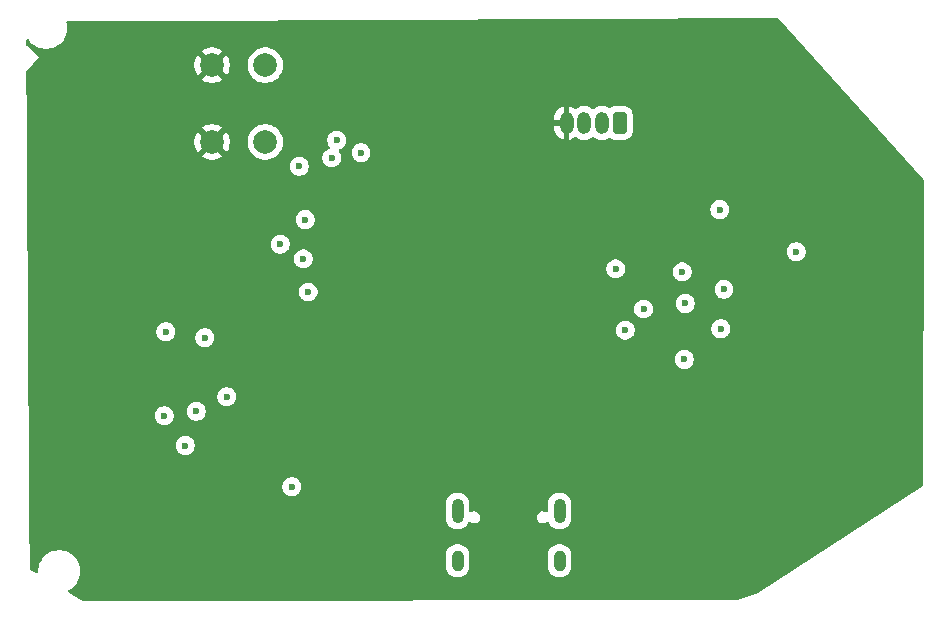
<source format=gbr>
%TF.GenerationSoftware,KiCad,Pcbnew,9.0.2*%
%TF.CreationDate,2025-08-14T15:26:00-05:00*%
%TF.ProjectId,ESP_32_sens,4553505f-3332-45f7-9365-6e732e6b6963,rev?*%
%TF.SameCoordinates,Original*%
%TF.FileFunction,Copper,L2,Inr*%
%TF.FilePolarity,Positive*%
%FSLAX46Y46*%
G04 Gerber Fmt 4.6, Leading zero omitted, Abs format (unit mm)*
G04 Created by KiCad (PCBNEW 9.0.2) date 2025-08-14 15:26:00*
%MOMM*%
%LPD*%
G01*
G04 APERTURE LIST*
G04 Aperture macros list*
%AMRoundRect*
0 Rectangle with rounded corners*
0 $1 Rounding radius*
0 $2 $3 $4 $5 $6 $7 $8 $9 X,Y pos of 4 corners*
0 Add a 4 corners polygon primitive as box body*
4,1,4,$2,$3,$4,$5,$6,$7,$8,$9,$2,$3,0*
0 Add four circle primitives for the rounded corners*
1,1,$1+$1,$2,$3*
1,1,$1+$1,$4,$5*
1,1,$1+$1,$6,$7*
1,1,$1+$1,$8,$9*
0 Add four rect primitives between the rounded corners*
20,1,$1+$1,$2,$3,$4,$5,0*
20,1,$1+$1,$4,$5,$6,$7,0*
20,1,$1+$1,$6,$7,$8,$9,0*
20,1,$1+$1,$8,$9,$2,$3,0*%
G04 Aperture macros list end*
%TA.AperFunction,HeatsinkPad*%
%ADD10O,1.000000X1.800000*%
%TD*%
%TA.AperFunction,HeatsinkPad*%
%ADD11O,1.000000X2.100000*%
%TD*%
%TA.AperFunction,ComponentPad*%
%ADD12C,2.000000*%
%TD*%
%TA.AperFunction,ComponentPad*%
%ADD13RoundRect,0.250000X0.335000X0.685000X-0.335000X0.685000X-0.335000X-0.685000X0.335000X-0.685000X0*%
%TD*%
%TA.AperFunction,ComponentPad*%
%ADD14O,1.170000X1.870000*%
%TD*%
%TA.AperFunction,ViaPad*%
%ADD15C,0.600000*%
%TD*%
G04 APERTURE END LIST*
D10*
%TO.N,unconnected-(J3-SHIELD-PadS1)_3*%
%TO.C,J3*%
X143570000Y-121215000D03*
D11*
%TO.N,unconnected-(J3-SHIELD-PadS1)_1*%
X143570000Y-117015000D03*
D10*
%TO.N,unconnected-(J3-SHIELD-PadS1)_2*%
X134930000Y-121215000D03*
D11*
%TO.N,unconnected-(J3-SHIELD-PadS1)*%
X134930000Y-117015000D03*
%TD*%
D12*
%TO.N,/MCU/Chip_pu*%
%TO.C,SW1*%
X118650000Y-79250000D03*
X118650000Y-85750000D03*
%TO.N,GND*%
X114150000Y-79250000D03*
X114150000Y-85750000D03*
%TD*%
D13*
%TO.N,+3.3V*%
%TO.C,J4*%
X148660000Y-84150000D03*
D14*
%TO.N,UART_TX*%
X147160000Y-84150000D03*
%TO.N,UART_RX*%
X145660000Y-84150000D03*
%TO.N,GND*%
X144160000Y-84150000D03*
%TD*%
D15*
%TO.N,GND*%
X135800000Y-98300000D03*
X138800000Y-98300000D03*
X135800000Y-97100000D03*
X138800000Y-97100000D03*
X138100000Y-96500000D03*
X136500000Y-96500000D03*
X138100000Y-99000000D03*
X136500000Y-98900000D03*
X138100000Y-97100000D03*
X137300000Y-97100000D03*
X136500000Y-97100000D03*
X138100000Y-98300000D03*
X137300000Y-98300000D03*
X136500000Y-98300000D03*
X136500000Y-97700000D03*
X138100000Y-97700000D03*
X143290000Y-112975000D03*
X134410000Y-112340000D03*
X133570000Y-115300000D03*
%TO.N,+3.3VA*%
X112820000Y-108570000D03*
X113530000Y-102330000D03*
X122030000Y-92330000D03*
X110230000Y-101820000D03*
X124270000Y-87110000D03*
%TO.N,GND*%
X118830000Y-108870000D03*
X105790000Y-102990000D03*
X133810000Y-90170000D03*
X112310000Y-87590000D03*
X132020000Y-89320000D03*
X168100000Y-91980000D03*
X116440000Y-92130000D03*
X102140000Y-107550000D03*
X171920000Y-98020000D03*
X119850000Y-121360000D03*
X115440000Y-105750000D03*
X136870000Y-83300000D03*
X105250000Y-115590000D03*
X141180000Y-107750000D03*
X117160000Y-113050000D03*
X141690000Y-83920000D03*
X132860000Y-85450000D03*
X112210000Y-101620000D03*
X124140000Y-104700000D03*
X115460000Y-95480000D03*
X126170000Y-87750000D03*
X129130000Y-120920000D03*
X117330000Y-121360000D03*
%TO.N,+3.3V*%
X111890000Y-111460000D03*
X119930000Y-94410000D03*
X115390000Y-107330000D03*
X121540000Y-87820000D03*
X126760000Y-86670000D03*
X122280000Y-98460000D03*
X121880000Y-95660000D03*
X124704669Y-85614669D03*
%TO.N,VDD_SPI*%
X157220000Y-101580000D03*
X154140000Y-104170000D03*
%TO.N,/PSU/BUCK_FB*%
X120900000Y-114950000D03*
X110110000Y-108930000D03*
%TO.N,SPIQ*%
X149140000Y-101690000D03*
X148320000Y-96510000D03*
%TO.N,SPIWP*%
X157140000Y-91480000D03*
X154210000Y-99430000D03*
%TO.N,Net-(U1-SPIHD)*%
X150680000Y-99900000D03*
X153950000Y-96760000D03*
%TO.N,SPICS0*%
X157490000Y-98240000D03*
X163610000Y-95050000D03*
%TD*%
%TA.AperFunction,Conductor*%
%TO.N,GND*%
G36*
X162057329Y-75261794D02*
G01*
X162082953Y-75283471D01*
X174361917Y-88924962D01*
X174392137Y-88987959D01*
X174393754Y-89007974D01*
X174382444Y-114812613D01*
X174362730Y-114879644D01*
X174325815Y-114916661D01*
X160387666Y-123936948D01*
X160362761Y-123949348D01*
X158647813Y-124574459D01*
X158605385Y-124581957D01*
X103204119Y-124598886D01*
X103140865Y-124581562D01*
X102924161Y-124453144D01*
X101991781Y-123900622D01*
X101944143Y-123849511D01*
X101931700Y-123780758D01*
X101958403Y-123716192D01*
X101992993Y-123686561D01*
X102185748Y-123575276D01*
X102369877Y-123433989D01*
X102533989Y-123269877D01*
X102675276Y-123085748D01*
X102791320Y-122884752D01*
X102880137Y-122670330D01*
X102940206Y-122446149D01*
X102970500Y-122216045D01*
X102970500Y-121983955D01*
X102940206Y-121753851D01*
X102929406Y-121713543D01*
X133929499Y-121713543D01*
X133967947Y-121906829D01*
X133967950Y-121906839D01*
X134043364Y-122088907D01*
X134043371Y-122088920D01*
X134152860Y-122252781D01*
X134152863Y-122252785D01*
X134292214Y-122392136D01*
X134292218Y-122392139D01*
X134456079Y-122501628D01*
X134456092Y-122501635D01*
X134637161Y-122576635D01*
X134638165Y-122577051D01*
X134638169Y-122577051D01*
X134638170Y-122577052D01*
X134831456Y-122615500D01*
X134831459Y-122615500D01*
X135028543Y-122615500D01*
X135158582Y-122589632D01*
X135221835Y-122577051D01*
X135403914Y-122501632D01*
X135567782Y-122392139D01*
X135707139Y-122252782D01*
X135816632Y-122088914D01*
X135892051Y-121906835D01*
X135930500Y-121713543D01*
X142569499Y-121713543D01*
X142607947Y-121906829D01*
X142607950Y-121906839D01*
X142683364Y-122088907D01*
X142683371Y-122088920D01*
X142792860Y-122252781D01*
X142792863Y-122252785D01*
X142932214Y-122392136D01*
X142932218Y-122392139D01*
X143096079Y-122501628D01*
X143096092Y-122501635D01*
X143277161Y-122576635D01*
X143278165Y-122577051D01*
X143278169Y-122577051D01*
X143278170Y-122577052D01*
X143471456Y-122615500D01*
X143471459Y-122615500D01*
X143668543Y-122615500D01*
X143798582Y-122589632D01*
X143861835Y-122577051D01*
X144043914Y-122501632D01*
X144207782Y-122392139D01*
X144347139Y-122252782D01*
X144456632Y-122088914D01*
X144532051Y-121906835D01*
X144570500Y-121713541D01*
X144570500Y-120716459D01*
X144570500Y-120716456D01*
X144532052Y-120523170D01*
X144532051Y-120523169D01*
X144532051Y-120523165D01*
X144526050Y-120508677D01*
X144456635Y-120341092D01*
X144456628Y-120341079D01*
X144347139Y-120177218D01*
X144347136Y-120177214D01*
X144207785Y-120037863D01*
X144207781Y-120037860D01*
X144043920Y-119928371D01*
X144043907Y-119928364D01*
X143861839Y-119852950D01*
X143861829Y-119852947D01*
X143668543Y-119814500D01*
X143668541Y-119814500D01*
X143471459Y-119814500D01*
X143471457Y-119814500D01*
X143278170Y-119852947D01*
X143278160Y-119852950D01*
X143096092Y-119928364D01*
X143096079Y-119928371D01*
X142932218Y-120037860D01*
X142932214Y-120037863D01*
X142792863Y-120177214D01*
X142792860Y-120177218D01*
X142683371Y-120341079D01*
X142683364Y-120341092D01*
X142607950Y-120523160D01*
X142607947Y-120523170D01*
X142569500Y-120716456D01*
X142569500Y-120716459D01*
X142569500Y-121713541D01*
X142569500Y-121713543D01*
X142569499Y-121713543D01*
X135930500Y-121713543D01*
X135930500Y-121713541D01*
X135930500Y-120716459D01*
X135930500Y-120716456D01*
X135892052Y-120523170D01*
X135892051Y-120523169D01*
X135892051Y-120523165D01*
X135886050Y-120508677D01*
X135816635Y-120341092D01*
X135816628Y-120341079D01*
X135707139Y-120177218D01*
X135707136Y-120177214D01*
X135567785Y-120037863D01*
X135567781Y-120037860D01*
X135403920Y-119928371D01*
X135403907Y-119928364D01*
X135221839Y-119852950D01*
X135221829Y-119852947D01*
X135028543Y-119814500D01*
X135028541Y-119814500D01*
X134831459Y-119814500D01*
X134831457Y-119814500D01*
X134638170Y-119852947D01*
X134638160Y-119852950D01*
X134456092Y-119928364D01*
X134456079Y-119928371D01*
X134292218Y-120037860D01*
X134292214Y-120037863D01*
X134152863Y-120177214D01*
X134152860Y-120177218D01*
X134043371Y-120341079D01*
X134043364Y-120341092D01*
X133967950Y-120523160D01*
X133967947Y-120523170D01*
X133929500Y-120716456D01*
X133929500Y-120716459D01*
X133929500Y-121713541D01*
X133929500Y-121713543D01*
X133929499Y-121713543D01*
X102929406Y-121713543D01*
X102880137Y-121529670D01*
X102791320Y-121315248D01*
X102790745Y-121314252D01*
X102675279Y-121114256D01*
X102675278Y-121114254D01*
X102533990Y-120930124D01*
X102533984Y-120930117D01*
X102369882Y-120766015D01*
X102369875Y-120766009D01*
X102185745Y-120624721D01*
X102185743Y-120624720D01*
X101984762Y-120508685D01*
X101984754Y-120508681D01*
X101984752Y-120508680D01*
X101770330Y-120419863D01*
X101770331Y-120419863D01*
X101770328Y-120419862D01*
X101628203Y-120381780D01*
X101546149Y-120359794D01*
X101517386Y-120356007D01*
X101316052Y-120329500D01*
X101316045Y-120329500D01*
X101083955Y-120329500D01*
X101083947Y-120329500D01*
X100853851Y-120359794D01*
X100629671Y-120419862D01*
X100415254Y-120508677D01*
X100415237Y-120508685D01*
X100214256Y-120624720D01*
X100214254Y-120624721D01*
X100030124Y-120766009D01*
X100030117Y-120766015D01*
X99866015Y-120930117D01*
X99866009Y-120930124D01*
X99724721Y-121114254D01*
X99724720Y-121114256D01*
X99608685Y-121315237D01*
X99608677Y-121315254D01*
X99519862Y-121529671D01*
X99459794Y-121753851D01*
X99429500Y-121983947D01*
X99429500Y-122164615D01*
X99409815Y-122231654D01*
X99357011Y-122277409D01*
X99287853Y-122287353D01*
X99242285Y-122271291D01*
X98759859Y-121985410D01*
X98712220Y-121934299D01*
X98699077Y-121879541D01*
X98671700Y-117663543D01*
X133929499Y-117663543D01*
X133967947Y-117856829D01*
X133967950Y-117856839D01*
X134043364Y-118038907D01*
X134043371Y-118038920D01*
X134152860Y-118202781D01*
X134152863Y-118202785D01*
X134292214Y-118342136D01*
X134292218Y-118342139D01*
X134456079Y-118451628D01*
X134456092Y-118451635D01*
X134638160Y-118527049D01*
X134638165Y-118527051D01*
X134638169Y-118527051D01*
X134638170Y-118527052D01*
X134831456Y-118565500D01*
X134831459Y-118565500D01*
X135028543Y-118565500D01*
X135158582Y-118539632D01*
X135221835Y-118527051D01*
X135403914Y-118451632D01*
X135567782Y-118342139D01*
X135707139Y-118202782D01*
X135816632Y-118038914D01*
X135847114Y-117965323D01*
X135890951Y-117910923D01*
X135957245Y-117888857D01*
X136024944Y-117906135D01*
X136049354Y-117925097D01*
X136055756Y-117931499D01*
X136168744Y-117996733D01*
X136294766Y-118030500D01*
X136294768Y-118030500D01*
X136425232Y-118030500D01*
X136425234Y-118030500D01*
X136551256Y-117996733D01*
X136664244Y-117931499D01*
X136756499Y-117839244D01*
X136821733Y-117726256D01*
X136855500Y-117600234D01*
X136855500Y-117469766D01*
X141644500Y-117469766D01*
X141644500Y-117600233D01*
X141678267Y-117726257D01*
X141710884Y-117782750D01*
X141743501Y-117839244D01*
X141835756Y-117931499D01*
X141948744Y-117996733D01*
X142074766Y-118030500D01*
X142074768Y-118030500D01*
X142205232Y-118030500D01*
X142205234Y-118030500D01*
X142331256Y-117996733D01*
X142444244Y-117931499D01*
X142450645Y-117925097D01*
X142511963Y-117891613D01*
X142581655Y-117896594D01*
X142637590Y-117938463D01*
X142652887Y-117965326D01*
X142683364Y-118038908D01*
X142683371Y-118038920D01*
X142792860Y-118202781D01*
X142792863Y-118202785D01*
X142932214Y-118342136D01*
X142932218Y-118342139D01*
X143096079Y-118451628D01*
X143096092Y-118451635D01*
X143278160Y-118527049D01*
X143278165Y-118527051D01*
X143278169Y-118527051D01*
X143278170Y-118527052D01*
X143471456Y-118565500D01*
X143471459Y-118565500D01*
X143668543Y-118565500D01*
X143798582Y-118539632D01*
X143861835Y-118527051D01*
X144043914Y-118451632D01*
X144207782Y-118342139D01*
X144347139Y-118202782D01*
X144456632Y-118038914D01*
X144532051Y-117856835D01*
X144570500Y-117663541D01*
X144570500Y-116366459D01*
X144570500Y-116366456D01*
X144532052Y-116173170D01*
X144532051Y-116173169D01*
X144532051Y-116173165D01*
X144532049Y-116173160D01*
X144456635Y-115991092D01*
X144456628Y-115991079D01*
X144347139Y-115827218D01*
X144347136Y-115827214D01*
X144207785Y-115687863D01*
X144207781Y-115687860D01*
X144043920Y-115578371D01*
X144043907Y-115578364D01*
X143861839Y-115502950D01*
X143861829Y-115502947D01*
X143668543Y-115464500D01*
X143668541Y-115464500D01*
X143471459Y-115464500D01*
X143471457Y-115464500D01*
X143278170Y-115502947D01*
X143278160Y-115502950D01*
X143096092Y-115578364D01*
X143096079Y-115578371D01*
X142932218Y-115687860D01*
X142932214Y-115687863D01*
X142792863Y-115827214D01*
X142792860Y-115827218D01*
X142683371Y-115991079D01*
X142683364Y-115991092D01*
X142607950Y-116173160D01*
X142607947Y-116173170D01*
X142569500Y-116366456D01*
X142569500Y-116996042D01*
X142549815Y-117063081D01*
X142497011Y-117108836D01*
X142427853Y-117118780D01*
X142383501Y-117103430D01*
X142331257Y-117073267D01*
X142268245Y-117056383D01*
X142205234Y-117039500D01*
X142074766Y-117039500D01*
X141948742Y-117073267D01*
X141835756Y-117138501D01*
X141835753Y-117138503D01*
X141743503Y-117230753D01*
X141743501Y-117230756D01*
X141678267Y-117343742D01*
X141644500Y-117469766D01*
X136855500Y-117469766D01*
X136821733Y-117343744D01*
X136756499Y-117230756D01*
X136664244Y-117138501D01*
X136603500Y-117103430D01*
X136551257Y-117073267D01*
X136488245Y-117056383D01*
X136425234Y-117039500D01*
X136294766Y-117039500D01*
X136168742Y-117073267D01*
X136116499Y-117103430D01*
X136048599Y-117119902D01*
X135982572Y-117097049D01*
X135939382Y-117042127D01*
X135930500Y-116996042D01*
X135930500Y-116366456D01*
X135892052Y-116173170D01*
X135892051Y-116173169D01*
X135892051Y-116173165D01*
X135892049Y-116173160D01*
X135816635Y-115991092D01*
X135816628Y-115991079D01*
X135707139Y-115827218D01*
X135707136Y-115827214D01*
X135567785Y-115687863D01*
X135567781Y-115687860D01*
X135403920Y-115578371D01*
X135403907Y-115578364D01*
X135221839Y-115502950D01*
X135221829Y-115502947D01*
X135028543Y-115464500D01*
X135028541Y-115464500D01*
X134831459Y-115464500D01*
X134831457Y-115464500D01*
X134638170Y-115502947D01*
X134638160Y-115502950D01*
X134456092Y-115578364D01*
X134456079Y-115578371D01*
X134292218Y-115687860D01*
X134292214Y-115687863D01*
X134152863Y-115827214D01*
X134152860Y-115827218D01*
X134043371Y-115991079D01*
X134043364Y-115991092D01*
X133967950Y-116173160D01*
X133967947Y-116173170D01*
X133929500Y-116366456D01*
X133929500Y-116366459D01*
X133929500Y-117663541D01*
X133929500Y-117663543D01*
X133929499Y-117663543D01*
X98671700Y-117663543D01*
X98653568Y-114871153D01*
X120099500Y-114871153D01*
X120099500Y-115028846D01*
X120130261Y-115183489D01*
X120130264Y-115183501D01*
X120190602Y-115329172D01*
X120190609Y-115329185D01*
X120278210Y-115460288D01*
X120278213Y-115460292D01*
X120389707Y-115571786D01*
X120389711Y-115571789D01*
X120520814Y-115659390D01*
X120520827Y-115659397D01*
X120666498Y-115719735D01*
X120666503Y-115719737D01*
X120821153Y-115750499D01*
X120821156Y-115750500D01*
X120821158Y-115750500D01*
X120978844Y-115750500D01*
X120978845Y-115750499D01*
X121133497Y-115719737D01*
X121279179Y-115659394D01*
X121410289Y-115571789D01*
X121521789Y-115460289D01*
X121609394Y-115329179D01*
X121669737Y-115183497D01*
X121700500Y-115028842D01*
X121700500Y-114871158D01*
X121700500Y-114871155D01*
X121700499Y-114871153D01*
X121699448Y-114865871D01*
X121669737Y-114716503D01*
X121669735Y-114716498D01*
X121609397Y-114570827D01*
X121609390Y-114570814D01*
X121521789Y-114439711D01*
X121521786Y-114439707D01*
X121410292Y-114328213D01*
X121410288Y-114328210D01*
X121279185Y-114240609D01*
X121279172Y-114240602D01*
X121133501Y-114180264D01*
X121133489Y-114180261D01*
X120978845Y-114149500D01*
X120978842Y-114149500D01*
X120821158Y-114149500D01*
X120821155Y-114149500D01*
X120666510Y-114180261D01*
X120666498Y-114180264D01*
X120520827Y-114240602D01*
X120520814Y-114240609D01*
X120389711Y-114328210D01*
X120389707Y-114328213D01*
X120278213Y-114439707D01*
X120278210Y-114439711D01*
X120190609Y-114570814D01*
X120190602Y-114570827D01*
X120130264Y-114716498D01*
X120130261Y-114716510D01*
X120099500Y-114871153D01*
X98653568Y-114871153D01*
X98630906Y-111381153D01*
X111089500Y-111381153D01*
X111089500Y-111538846D01*
X111120261Y-111693489D01*
X111120264Y-111693501D01*
X111180602Y-111839172D01*
X111180609Y-111839185D01*
X111268210Y-111970288D01*
X111268213Y-111970292D01*
X111379707Y-112081786D01*
X111379711Y-112081789D01*
X111510814Y-112169390D01*
X111510827Y-112169397D01*
X111656498Y-112229735D01*
X111656503Y-112229737D01*
X111811153Y-112260499D01*
X111811156Y-112260500D01*
X111811158Y-112260500D01*
X111968844Y-112260500D01*
X111968845Y-112260499D01*
X112123497Y-112229737D01*
X112269179Y-112169394D01*
X112400289Y-112081789D01*
X112511789Y-111970289D01*
X112599394Y-111839179D01*
X112659737Y-111693497D01*
X112690500Y-111538842D01*
X112690500Y-111381158D01*
X112690500Y-111381155D01*
X112690499Y-111381153D01*
X112659738Y-111226510D01*
X112659737Y-111226503D01*
X112659735Y-111226498D01*
X112599397Y-111080827D01*
X112599390Y-111080814D01*
X112511789Y-110949711D01*
X112511786Y-110949707D01*
X112400292Y-110838213D01*
X112400288Y-110838210D01*
X112269185Y-110750609D01*
X112269172Y-110750602D01*
X112123501Y-110690264D01*
X112123489Y-110690261D01*
X111968845Y-110659500D01*
X111968842Y-110659500D01*
X111811158Y-110659500D01*
X111811155Y-110659500D01*
X111656510Y-110690261D01*
X111656498Y-110690264D01*
X111510827Y-110750602D01*
X111510814Y-110750609D01*
X111379711Y-110838210D01*
X111379707Y-110838213D01*
X111268213Y-110949707D01*
X111268210Y-110949711D01*
X111180609Y-111080814D01*
X111180602Y-111080827D01*
X111120264Y-111226498D01*
X111120261Y-111226510D01*
X111089500Y-111381153D01*
X98630906Y-111381153D01*
X98614477Y-108851153D01*
X109309500Y-108851153D01*
X109309500Y-109008846D01*
X109340261Y-109163489D01*
X109340264Y-109163501D01*
X109400602Y-109309172D01*
X109400609Y-109309185D01*
X109488210Y-109440288D01*
X109488213Y-109440292D01*
X109599707Y-109551786D01*
X109599711Y-109551789D01*
X109730814Y-109639390D01*
X109730827Y-109639397D01*
X109876498Y-109699735D01*
X109876503Y-109699737D01*
X110031153Y-109730499D01*
X110031156Y-109730500D01*
X110031158Y-109730500D01*
X110188844Y-109730500D01*
X110188845Y-109730499D01*
X110343497Y-109699737D01*
X110489179Y-109639394D01*
X110620289Y-109551789D01*
X110731789Y-109440289D01*
X110819394Y-109309179D01*
X110879737Y-109163497D01*
X110910500Y-109008842D01*
X110910500Y-108851158D01*
X110910500Y-108851155D01*
X110910499Y-108851153D01*
X110901020Y-108803501D01*
X110879737Y-108696503D01*
X110859996Y-108648844D01*
X110819397Y-108550827D01*
X110819395Y-108550823D01*
X110819394Y-108550821D01*
X110779525Y-108491153D01*
X112019500Y-108491153D01*
X112019500Y-108648846D01*
X112050261Y-108803489D01*
X112050264Y-108803501D01*
X112110602Y-108949172D01*
X112110609Y-108949185D01*
X112198210Y-109080288D01*
X112198213Y-109080292D01*
X112309707Y-109191786D01*
X112309711Y-109191789D01*
X112440814Y-109279390D01*
X112440827Y-109279397D01*
X112512743Y-109309185D01*
X112586503Y-109339737D01*
X112741153Y-109370499D01*
X112741156Y-109370500D01*
X112741158Y-109370500D01*
X112898844Y-109370500D01*
X112898845Y-109370499D01*
X113053497Y-109339737D01*
X113199179Y-109279394D01*
X113330289Y-109191789D01*
X113441789Y-109080289D01*
X113529394Y-108949179D01*
X113589737Y-108803497D01*
X113620500Y-108648842D01*
X113620500Y-108491158D01*
X113620500Y-108491155D01*
X113620499Y-108491153D01*
X113589738Y-108336510D01*
X113589737Y-108336503D01*
X113578018Y-108308210D01*
X113529397Y-108190827D01*
X113529390Y-108190814D01*
X113441789Y-108059711D01*
X113441786Y-108059707D01*
X113330292Y-107948213D01*
X113330288Y-107948210D01*
X113199185Y-107860609D01*
X113199172Y-107860602D01*
X113053501Y-107800264D01*
X113053489Y-107800261D01*
X112898845Y-107769500D01*
X112898842Y-107769500D01*
X112741158Y-107769500D01*
X112741155Y-107769500D01*
X112586510Y-107800261D01*
X112586498Y-107800264D01*
X112440827Y-107860602D01*
X112440814Y-107860609D01*
X112309711Y-107948210D01*
X112309707Y-107948213D01*
X112198213Y-108059707D01*
X112198210Y-108059711D01*
X112110609Y-108190814D01*
X112110602Y-108190827D01*
X112050264Y-108336498D01*
X112050261Y-108336510D01*
X112019500Y-108491153D01*
X110779525Y-108491153D01*
X110731789Y-108419711D01*
X110731786Y-108419707D01*
X110620292Y-108308213D01*
X110620288Y-108308210D01*
X110489185Y-108220609D01*
X110489172Y-108220602D01*
X110343501Y-108160264D01*
X110343489Y-108160261D01*
X110188845Y-108129500D01*
X110188842Y-108129500D01*
X110031158Y-108129500D01*
X110031155Y-108129500D01*
X109876510Y-108160261D01*
X109876498Y-108160264D01*
X109730827Y-108220602D01*
X109730814Y-108220609D01*
X109599711Y-108308210D01*
X109599707Y-108308213D01*
X109488213Y-108419707D01*
X109488210Y-108419711D01*
X109400609Y-108550814D01*
X109400602Y-108550827D01*
X109340264Y-108696498D01*
X109340261Y-108696510D01*
X109309500Y-108851153D01*
X98614477Y-108851153D01*
X98604087Y-107251153D01*
X114589500Y-107251153D01*
X114589500Y-107408846D01*
X114620261Y-107563489D01*
X114620264Y-107563501D01*
X114680602Y-107709172D01*
X114680609Y-107709185D01*
X114768210Y-107840288D01*
X114768213Y-107840292D01*
X114879707Y-107951786D01*
X114879711Y-107951789D01*
X115010814Y-108039390D01*
X115010827Y-108039397D01*
X115156498Y-108099735D01*
X115156503Y-108099737D01*
X115306131Y-108129500D01*
X115311153Y-108130499D01*
X115311156Y-108130500D01*
X115311158Y-108130500D01*
X115468844Y-108130500D01*
X115468845Y-108130499D01*
X115623497Y-108099737D01*
X115769179Y-108039394D01*
X115900289Y-107951789D01*
X116011789Y-107840289D01*
X116099394Y-107709179D01*
X116159737Y-107563497D01*
X116190500Y-107408842D01*
X116190500Y-107251158D01*
X116190500Y-107251155D01*
X116190499Y-107251153D01*
X116159738Y-107096510D01*
X116159737Y-107096503D01*
X116159735Y-107096498D01*
X116099397Y-106950827D01*
X116099390Y-106950814D01*
X116011789Y-106819711D01*
X116011786Y-106819707D01*
X115900292Y-106708213D01*
X115900288Y-106708210D01*
X115769185Y-106620609D01*
X115769172Y-106620602D01*
X115623501Y-106560264D01*
X115623489Y-106560261D01*
X115468845Y-106529500D01*
X115468842Y-106529500D01*
X115311158Y-106529500D01*
X115311155Y-106529500D01*
X115156510Y-106560261D01*
X115156498Y-106560264D01*
X115010827Y-106620602D01*
X115010814Y-106620609D01*
X114879711Y-106708210D01*
X114879707Y-106708213D01*
X114768213Y-106819707D01*
X114768210Y-106819711D01*
X114680609Y-106950814D01*
X114680602Y-106950827D01*
X114620264Y-107096498D01*
X114620261Y-107096510D01*
X114589500Y-107251153D01*
X98604087Y-107251153D01*
X98583568Y-104091153D01*
X153339500Y-104091153D01*
X153339500Y-104248846D01*
X153370261Y-104403489D01*
X153370264Y-104403501D01*
X153430602Y-104549172D01*
X153430609Y-104549185D01*
X153518210Y-104680288D01*
X153518213Y-104680292D01*
X153629707Y-104791786D01*
X153629711Y-104791789D01*
X153760814Y-104879390D01*
X153760827Y-104879397D01*
X153906498Y-104939735D01*
X153906503Y-104939737D01*
X154061153Y-104970499D01*
X154061156Y-104970500D01*
X154061158Y-104970500D01*
X154218844Y-104970500D01*
X154218845Y-104970499D01*
X154373497Y-104939737D01*
X154519179Y-104879394D01*
X154650289Y-104791789D01*
X154761789Y-104680289D01*
X154849394Y-104549179D01*
X154909737Y-104403497D01*
X154940500Y-104248842D01*
X154940500Y-104091158D01*
X154940500Y-104091155D01*
X154940499Y-104091153D01*
X154909738Y-103936510D01*
X154909737Y-103936503D01*
X154909735Y-103936498D01*
X154849397Y-103790827D01*
X154849390Y-103790814D01*
X154761789Y-103659711D01*
X154761786Y-103659707D01*
X154650292Y-103548213D01*
X154650288Y-103548210D01*
X154519185Y-103460609D01*
X154519172Y-103460602D01*
X154373501Y-103400264D01*
X154373489Y-103400261D01*
X154218845Y-103369500D01*
X154218842Y-103369500D01*
X154061158Y-103369500D01*
X154061155Y-103369500D01*
X153906510Y-103400261D01*
X153906498Y-103400264D01*
X153760827Y-103460602D01*
X153760814Y-103460609D01*
X153629711Y-103548210D01*
X153629707Y-103548213D01*
X153518213Y-103659707D01*
X153518210Y-103659711D01*
X153430609Y-103790814D01*
X153430602Y-103790827D01*
X153370264Y-103936498D01*
X153370261Y-103936510D01*
X153339500Y-104091153D01*
X98583568Y-104091153D01*
X98568308Y-101741153D01*
X109429500Y-101741153D01*
X109429500Y-101898846D01*
X109460261Y-102053489D01*
X109460264Y-102053501D01*
X109520602Y-102199172D01*
X109520609Y-102199185D01*
X109608210Y-102330288D01*
X109608213Y-102330292D01*
X109719707Y-102441786D01*
X109719711Y-102441789D01*
X109850814Y-102529390D01*
X109850827Y-102529397D01*
X109933163Y-102563501D01*
X109996503Y-102589737D01*
X110151153Y-102620499D01*
X110151156Y-102620500D01*
X110151158Y-102620500D01*
X110308844Y-102620500D01*
X110308845Y-102620499D01*
X110463497Y-102589737D01*
X110609179Y-102529394D01*
X110740289Y-102441789D01*
X110851789Y-102330289D01*
X110904666Y-102251153D01*
X112729500Y-102251153D01*
X112729500Y-102408846D01*
X112760261Y-102563489D01*
X112760264Y-102563501D01*
X112820602Y-102709172D01*
X112820609Y-102709185D01*
X112908210Y-102840288D01*
X112908213Y-102840292D01*
X113019707Y-102951786D01*
X113019711Y-102951789D01*
X113150814Y-103039390D01*
X113150827Y-103039397D01*
X113296498Y-103099735D01*
X113296503Y-103099737D01*
X113451153Y-103130499D01*
X113451156Y-103130500D01*
X113451158Y-103130500D01*
X113608844Y-103130500D01*
X113608845Y-103130499D01*
X113763497Y-103099737D01*
X113909179Y-103039394D01*
X114040289Y-102951789D01*
X114151789Y-102840289D01*
X114239394Y-102709179D01*
X114299737Y-102563497D01*
X114330500Y-102408842D01*
X114330500Y-102251158D01*
X114330500Y-102251155D01*
X114330499Y-102251153D01*
X114319849Y-102197611D01*
X114299737Y-102096503D01*
X114281925Y-102053501D01*
X114239397Y-101950827D01*
X114239390Y-101950814D01*
X114151789Y-101819711D01*
X114151786Y-101819707D01*
X114040292Y-101708213D01*
X114040287Y-101708209D01*
X114040227Y-101708169D01*
X114040225Y-101708168D01*
X113909185Y-101620609D01*
X113909172Y-101620602D01*
X113886360Y-101611153D01*
X148339500Y-101611153D01*
X148339500Y-101768846D01*
X148370261Y-101923489D01*
X148370264Y-101923501D01*
X148430602Y-102069172D01*
X148430609Y-102069185D01*
X148518210Y-102200288D01*
X148518213Y-102200292D01*
X148629707Y-102311786D01*
X148629711Y-102311789D01*
X148760814Y-102399390D01*
X148760827Y-102399397D01*
X148863165Y-102441786D01*
X148906503Y-102459737D01*
X149061153Y-102490499D01*
X149061156Y-102490500D01*
X149061158Y-102490500D01*
X149218844Y-102490500D01*
X149218845Y-102490499D01*
X149373497Y-102459737D01*
X149519179Y-102399394D01*
X149650289Y-102311789D01*
X149761789Y-102200289D01*
X149849394Y-102069179D01*
X149909737Y-101923497D01*
X149940500Y-101768842D01*
X149940500Y-101611158D01*
X149940500Y-101611155D01*
X149922220Y-101519258D01*
X149922220Y-101519257D01*
X149918619Y-101501153D01*
X156419500Y-101501153D01*
X156419500Y-101658846D01*
X156450261Y-101813489D01*
X156450264Y-101813501D01*
X156510602Y-101959172D01*
X156510609Y-101959185D01*
X156598210Y-102090288D01*
X156598213Y-102090292D01*
X156709707Y-102201786D01*
X156709711Y-102201789D01*
X156840814Y-102289390D01*
X156840827Y-102289397D01*
X156939558Y-102330292D01*
X156986503Y-102349737D01*
X157141153Y-102380499D01*
X157141156Y-102380500D01*
X157141158Y-102380500D01*
X157298844Y-102380500D01*
X157298845Y-102380499D01*
X157453497Y-102349737D01*
X157599179Y-102289394D01*
X157730289Y-102201789D01*
X157841789Y-102090289D01*
X157929394Y-101959179D01*
X157932854Y-101950827D01*
X157944177Y-101923489D01*
X157989737Y-101813497D01*
X158020500Y-101658842D01*
X158020500Y-101501158D01*
X158020500Y-101501155D01*
X158020499Y-101501153D01*
X158011619Y-101456510D01*
X157989737Y-101346503D01*
X157974954Y-101310814D01*
X157929397Y-101200827D01*
X157929390Y-101200814D01*
X157841789Y-101069711D01*
X157841786Y-101069707D01*
X157730292Y-100958213D01*
X157730288Y-100958210D01*
X157599185Y-100870609D01*
X157599172Y-100870602D01*
X157453501Y-100810264D01*
X157453489Y-100810261D01*
X157298845Y-100779500D01*
X157298842Y-100779500D01*
X157141158Y-100779500D01*
X157141155Y-100779500D01*
X156986510Y-100810261D01*
X156986498Y-100810264D01*
X156840827Y-100870602D01*
X156840814Y-100870609D01*
X156709711Y-100958210D01*
X156709707Y-100958213D01*
X156598213Y-101069707D01*
X156598210Y-101069711D01*
X156510609Y-101200814D01*
X156510602Y-101200827D01*
X156450264Y-101346498D01*
X156450261Y-101346510D01*
X156419500Y-101501153D01*
X149918619Y-101501153D01*
X149909738Y-101456510D01*
X149909737Y-101456503D01*
X149903241Y-101440821D01*
X149849397Y-101310827D01*
X149849390Y-101310814D01*
X149761789Y-101179711D01*
X149761786Y-101179707D01*
X149650292Y-101068213D01*
X149650288Y-101068210D01*
X149519185Y-100980609D01*
X149519172Y-100980602D01*
X149373501Y-100920264D01*
X149373489Y-100920261D01*
X149218845Y-100889500D01*
X149218842Y-100889500D01*
X149061158Y-100889500D01*
X149061155Y-100889500D01*
X148906510Y-100920261D01*
X148906498Y-100920264D01*
X148760827Y-100980602D01*
X148760814Y-100980609D01*
X148629711Y-101068210D01*
X148629707Y-101068213D01*
X148518213Y-101179707D01*
X148518210Y-101179711D01*
X148430609Y-101310814D01*
X148430602Y-101310827D01*
X148370264Y-101456498D01*
X148370261Y-101456510D01*
X148339500Y-101611153D01*
X113886360Y-101611153D01*
X113763501Y-101560264D01*
X113763489Y-101560261D01*
X113608845Y-101529500D01*
X113608842Y-101529500D01*
X113451158Y-101529500D01*
X113451155Y-101529500D01*
X113296510Y-101560261D01*
X113296498Y-101560264D01*
X113150827Y-101620602D01*
X113150814Y-101620609D01*
X113019711Y-101708210D01*
X113019707Y-101708213D01*
X112908213Y-101819707D01*
X112908210Y-101819711D01*
X112820609Y-101950814D01*
X112820602Y-101950827D01*
X112760264Y-102096498D01*
X112760261Y-102096510D01*
X112729500Y-102251153D01*
X110904666Y-102251153D01*
X110939394Y-102199179D01*
X110939709Y-102198417D01*
X110940044Y-102197611D01*
X110940044Y-102197610D01*
X110953914Y-102164123D01*
X110999737Y-102053497D01*
X111030500Y-101898842D01*
X111030500Y-101741158D01*
X111030500Y-101741155D01*
X111030499Y-101741153D01*
X111014127Y-101658846D01*
X110999737Y-101586503D01*
X110976126Y-101529500D01*
X110939397Y-101440827D01*
X110939390Y-101440814D01*
X110851789Y-101309711D01*
X110851786Y-101309707D01*
X110740292Y-101198213D01*
X110740288Y-101198210D01*
X110609185Y-101110609D01*
X110609172Y-101110602D01*
X110463501Y-101050264D01*
X110463489Y-101050261D01*
X110308845Y-101019500D01*
X110308842Y-101019500D01*
X110151158Y-101019500D01*
X110151155Y-101019500D01*
X109996510Y-101050261D01*
X109996498Y-101050264D01*
X109850827Y-101110602D01*
X109850814Y-101110609D01*
X109719711Y-101198210D01*
X109719707Y-101198213D01*
X109608213Y-101309707D01*
X109608210Y-101309711D01*
X109520609Y-101440814D01*
X109520602Y-101440827D01*
X109460264Y-101586498D01*
X109460261Y-101586510D01*
X109429500Y-101741153D01*
X98568308Y-101741153D01*
X98555841Y-99821153D01*
X149879500Y-99821153D01*
X149879500Y-99978846D01*
X149910261Y-100133489D01*
X149910264Y-100133501D01*
X149970602Y-100279172D01*
X149970609Y-100279185D01*
X150058210Y-100410288D01*
X150058213Y-100410292D01*
X150169707Y-100521786D01*
X150169711Y-100521789D01*
X150300814Y-100609390D01*
X150300827Y-100609397D01*
X150446498Y-100669735D01*
X150446503Y-100669737D01*
X150601153Y-100700499D01*
X150601156Y-100700500D01*
X150601158Y-100700500D01*
X150758844Y-100700500D01*
X150758845Y-100700499D01*
X150913497Y-100669737D01*
X151059179Y-100609394D01*
X151190289Y-100521789D01*
X151301789Y-100410289D01*
X151389394Y-100279179D01*
X151449737Y-100133497D01*
X151480500Y-99978842D01*
X151480500Y-99821158D01*
X151480500Y-99821155D01*
X151480499Y-99821153D01*
X151449738Y-99666510D01*
X151449737Y-99666503D01*
X151448489Y-99663489D01*
X151389397Y-99520827D01*
X151389390Y-99520814D01*
X151317990Y-99413957D01*
X151301789Y-99389711D01*
X151301786Y-99389707D01*
X151263232Y-99351153D01*
X153409500Y-99351153D01*
X153409500Y-99508846D01*
X153440261Y-99663489D01*
X153440264Y-99663501D01*
X153500602Y-99809172D01*
X153500609Y-99809185D01*
X153588210Y-99940288D01*
X153588213Y-99940292D01*
X153699707Y-100051786D01*
X153699711Y-100051789D01*
X153830814Y-100139390D01*
X153830827Y-100139397D01*
X153976498Y-100199735D01*
X153976503Y-100199737D01*
X154131153Y-100230499D01*
X154131156Y-100230500D01*
X154131158Y-100230500D01*
X154288844Y-100230500D01*
X154288845Y-100230499D01*
X154443497Y-100199737D01*
X154589179Y-100139394D01*
X154720289Y-100051789D01*
X154831789Y-99940289D01*
X154919394Y-99809179D01*
X154979737Y-99663497D01*
X155010500Y-99508842D01*
X155010500Y-99351158D01*
X155010500Y-99351155D01*
X155010499Y-99351153D01*
X154995990Y-99278211D01*
X154979737Y-99196503D01*
X154977293Y-99190602D01*
X154919397Y-99050827D01*
X154919390Y-99050814D01*
X154831789Y-98919711D01*
X154831786Y-98919707D01*
X154720292Y-98808213D01*
X154720288Y-98808210D01*
X154589185Y-98720609D01*
X154589172Y-98720602D01*
X154443501Y-98660264D01*
X154443489Y-98660261D01*
X154288845Y-98629500D01*
X154288842Y-98629500D01*
X154131158Y-98629500D01*
X154131155Y-98629500D01*
X153976510Y-98660261D01*
X153976498Y-98660264D01*
X153830827Y-98720602D01*
X153830814Y-98720609D01*
X153699711Y-98808210D01*
X153699707Y-98808213D01*
X153588213Y-98919707D01*
X153588210Y-98919711D01*
X153500609Y-99050814D01*
X153500602Y-99050827D01*
X153440264Y-99196498D01*
X153440261Y-99196510D01*
X153409500Y-99351153D01*
X151263232Y-99351153D01*
X151190292Y-99278213D01*
X151190288Y-99278210D01*
X151059185Y-99190609D01*
X151059172Y-99190602D01*
X150913501Y-99130264D01*
X150913489Y-99130261D01*
X150758845Y-99099500D01*
X150758842Y-99099500D01*
X150601158Y-99099500D01*
X150601155Y-99099500D01*
X150446510Y-99130261D01*
X150446498Y-99130264D01*
X150300827Y-99190602D01*
X150300814Y-99190609D01*
X150169711Y-99278210D01*
X150169707Y-99278213D01*
X150058213Y-99389707D01*
X150058210Y-99389711D01*
X149970609Y-99520814D01*
X149970602Y-99520827D01*
X149910264Y-99666498D01*
X149910261Y-99666510D01*
X149879500Y-99821153D01*
X98555841Y-99821153D01*
X98546490Y-98381153D01*
X121479500Y-98381153D01*
X121479500Y-98538846D01*
X121510261Y-98693489D01*
X121510264Y-98693501D01*
X121570602Y-98839172D01*
X121570609Y-98839185D01*
X121658210Y-98970288D01*
X121658213Y-98970292D01*
X121769707Y-99081786D01*
X121769711Y-99081789D01*
X121900814Y-99169390D01*
X121900827Y-99169397D01*
X121966256Y-99196498D01*
X122046503Y-99229737D01*
X122201153Y-99260499D01*
X122201156Y-99260500D01*
X122201158Y-99260500D01*
X122358844Y-99260500D01*
X122358845Y-99260499D01*
X122513497Y-99229737D01*
X122659179Y-99169394D01*
X122790289Y-99081789D01*
X122901789Y-98970289D01*
X122989394Y-98839179D01*
X123049737Y-98693497D01*
X123080500Y-98538842D01*
X123080500Y-98381158D01*
X123080500Y-98381155D01*
X123080499Y-98381153D01*
X123049738Y-98226510D01*
X123049737Y-98226503D01*
X123022668Y-98161153D01*
X156689500Y-98161153D01*
X156689500Y-98318846D01*
X156720261Y-98473489D01*
X156720264Y-98473501D01*
X156780602Y-98619172D01*
X156780609Y-98619185D01*
X156868210Y-98750288D01*
X156868213Y-98750292D01*
X156979707Y-98861786D01*
X156979711Y-98861789D01*
X157110814Y-98949390D01*
X157110827Y-98949397D01*
X157256498Y-99009735D01*
X157256503Y-99009737D01*
X157411153Y-99040499D01*
X157411156Y-99040500D01*
X157411158Y-99040500D01*
X157568844Y-99040500D01*
X157568845Y-99040499D01*
X157723497Y-99009737D01*
X157869179Y-98949394D01*
X158000289Y-98861789D01*
X158111789Y-98750289D01*
X158199394Y-98619179D01*
X158259737Y-98473497D01*
X158290500Y-98318842D01*
X158290500Y-98161158D01*
X158290500Y-98161155D01*
X158290499Y-98161153D01*
X158259738Y-98006510D01*
X158259737Y-98006503D01*
X158236212Y-97949707D01*
X158199397Y-97860827D01*
X158199390Y-97860814D01*
X158111789Y-97729711D01*
X158111786Y-97729707D01*
X158000292Y-97618213D01*
X158000288Y-97618210D01*
X157869185Y-97530609D01*
X157869172Y-97530602D01*
X157723501Y-97470264D01*
X157723489Y-97470261D01*
X157568845Y-97439500D01*
X157568842Y-97439500D01*
X157411158Y-97439500D01*
X157411155Y-97439500D01*
X157256510Y-97470261D01*
X157256498Y-97470264D01*
X157110827Y-97530602D01*
X157110814Y-97530609D01*
X156979711Y-97618210D01*
X156979707Y-97618213D01*
X156868213Y-97729707D01*
X156868210Y-97729711D01*
X156780609Y-97860814D01*
X156780602Y-97860827D01*
X156720264Y-98006498D01*
X156720261Y-98006510D01*
X156689500Y-98161153D01*
X123022668Y-98161153D01*
X123017297Y-98148186D01*
X122989397Y-98080826D01*
X122989390Y-98080814D01*
X122901789Y-97949711D01*
X122901786Y-97949707D01*
X122790292Y-97838213D01*
X122790288Y-97838210D01*
X122659185Y-97750609D01*
X122659172Y-97750602D01*
X122513501Y-97690264D01*
X122513489Y-97690261D01*
X122358845Y-97659500D01*
X122358842Y-97659500D01*
X122201158Y-97659500D01*
X122201155Y-97659500D01*
X122046510Y-97690261D01*
X122046498Y-97690264D01*
X121900827Y-97750602D01*
X121900814Y-97750609D01*
X121769711Y-97838210D01*
X121769707Y-97838213D01*
X121658213Y-97949707D01*
X121658210Y-97949711D01*
X121570609Y-98080814D01*
X121570602Y-98080827D01*
X121510264Y-98226498D01*
X121510261Y-98226510D01*
X121479500Y-98381153D01*
X98546490Y-98381153D01*
X98528309Y-95581153D01*
X121079500Y-95581153D01*
X121079500Y-95738846D01*
X121110261Y-95893489D01*
X121110264Y-95893501D01*
X121170602Y-96039172D01*
X121170609Y-96039185D01*
X121258210Y-96170288D01*
X121258213Y-96170292D01*
X121369707Y-96281786D01*
X121369711Y-96281789D01*
X121500814Y-96369390D01*
X121500827Y-96369397D01*
X121646498Y-96429735D01*
X121646503Y-96429737D01*
X121801153Y-96460499D01*
X121801156Y-96460500D01*
X121801158Y-96460500D01*
X121958844Y-96460500D01*
X121958845Y-96460499D01*
X122106378Y-96431153D01*
X147519500Y-96431153D01*
X147519500Y-96588846D01*
X147550261Y-96743489D01*
X147550264Y-96743501D01*
X147610602Y-96889172D01*
X147610609Y-96889185D01*
X147698210Y-97020288D01*
X147698213Y-97020292D01*
X147809707Y-97131786D01*
X147809711Y-97131789D01*
X147940814Y-97219390D01*
X147940827Y-97219397D01*
X148086498Y-97279735D01*
X148086503Y-97279737D01*
X148241153Y-97310499D01*
X148241156Y-97310500D01*
X148241158Y-97310500D01*
X148398844Y-97310500D01*
X148398845Y-97310499D01*
X148553497Y-97279737D01*
X148699179Y-97219394D01*
X148830289Y-97131789D01*
X148941789Y-97020289D01*
X149029394Y-96889179D01*
X149089737Y-96743497D01*
X149102138Y-96681153D01*
X153149500Y-96681153D01*
X153149500Y-96838846D01*
X153180261Y-96993489D01*
X153180264Y-96993501D01*
X153240602Y-97139172D01*
X153240609Y-97139185D01*
X153328210Y-97270288D01*
X153328213Y-97270292D01*
X153439707Y-97381786D01*
X153439711Y-97381789D01*
X153570814Y-97469390D01*
X153570827Y-97469397D01*
X153716498Y-97529735D01*
X153716503Y-97529737D01*
X153871153Y-97560499D01*
X153871156Y-97560500D01*
X153871158Y-97560500D01*
X154028844Y-97560500D01*
X154028845Y-97560499D01*
X154183497Y-97529737D01*
X154329179Y-97469394D01*
X154460289Y-97381789D01*
X154571789Y-97270289D01*
X154659394Y-97139179D01*
X154719737Y-96993497D01*
X154750500Y-96838842D01*
X154750500Y-96681158D01*
X154750500Y-96681155D01*
X154750499Y-96681153D01*
X154719738Y-96526510D01*
X154719737Y-96526503D01*
X154692398Y-96460500D01*
X154659397Y-96380827D01*
X154659390Y-96380814D01*
X154571789Y-96249711D01*
X154571786Y-96249707D01*
X154460292Y-96138213D01*
X154460288Y-96138210D01*
X154329185Y-96050609D01*
X154329172Y-96050602D01*
X154183501Y-95990264D01*
X154183489Y-95990261D01*
X154028845Y-95959500D01*
X154028842Y-95959500D01*
X153871158Y-95959500D01*
X153871155Y-95959500D01*
X153716510Y-95990261D01*
X153716498Y-95990264D01*
X153570827Y-96050602D01*
X153570814Y-96050609D01*
X153439711Y-96138210D01*
X153439707Y-96138213D01*
X153328213Y-96249707D01*
X153328210Y-96249711D01*
X153240609Y-96380814D01*
X153240602Y-96380827D01*
X153180264Y-96526498D01*
X153180261Y-96526510D01*
X153149500Y-96681153D01*
X149102138Y-96681153D01*
X149108161Y-96650874D01*
X149120500Y-96588844D01*
X149120500Y-96431155D01*
X149120499Y-96431153D01*
X149090788Y-96281789D01*
X149089737Y-96276503D01*
X149089735Y-96276498D01*
X149029397Y-96130827D01*
X149029390Y-96130814D01*
X148941789Y-95999711D01*
X148941786Y-95999707D01*
X148830292Y-95888213D01*
X148830288Y-95888210D01*
X148699185Y-95800609D01*
X148699172Y-95800602D01*
X148553501Y-95740264D01*
X148553489Y-95740261D01*
X148398845Y-95709500D01*
X148398842Y-95709500D01*
X148241158Y-95709500D01*
X148241155Y-95709500D01*
X148086510Y-95740261D01*
X148086498Y-95740264D01*
X147940827Y-95800602D01*
X147940814Y-95800609D01*
X147809711Y-95888210D01*
X147809707Y-95888213D01*
X147698213Y-95999707D01*
X147698210Y-95999711D01*
X147610609Y-96130814D01*
X147610602Y-96130827D01*
X147550264Y-96276498D01*
X147550261Y-96276510D01*
X147519500Y-96431153D01*
X122106378Y-96431153D01*
X122113497Y-96429737D01*
X122231592Y-96380821D01*
X122259172Y-96369397D01*
X122259172Y-96369396D01*
X122259179Y-96369394D01*
X122259185Y-96369390D01*
X122330164Y-96321964D01*
X122361224Y-96301209D01*
X122390289Y-96281789D01*
X122501789Y-96170289D01*
X122589394Y-96039179D01*
X122649737Y-95893497D01*
X122680500Y-95738842D01*
X122680500Y-95581158D01*
X122680500Y-95581155D01*
X122680499Y-95581153D01*
X122649738Y-95426510D01*
X122649737Y-95426503D01*
X122649735Y-95426498D01*
X122589397Y-95280827D01*
X122589390Y-95280814D01*
X122501789Y-95149711D01*
X122501786Y-95149707D01*
X122390292Y-95038213D01*
X122390288Y-95038210D01*
X122289931Y-94971153D01*
X162809500Y-94971153D01*
X162809500Y-95128846D01*
X162840261Y-95283489D01*
X162840264Y-95283501D01*
X162900602Y-95429172D01*
X162900609Y-95429185D01*
X162988210Y-95560288D01*
X162988213Y-95560292D01*
X163099707Y-95671786D01*
X163099711Y-95671789D01*
X163230814Y-95759390D01*
X163230827Y-95759397D01*
X163376498Y-95819735D01*
X163376503Y-95819737D01*
X163531153Y-95850499D01*
X163531156Y-95850500D01*
X163531158Y-95850500D01*
X163688844Y-95850500D01*
X163688845Y-95850499D01*
X163843497Y-95819737D01*
X163989179Y-95759394D01*
X164120289Y-95671789D01*
X164231789Y-95560289D01*
X164319394Y-95429179D01*
X164320503Y-95426503D01*
X164379735Y-95283501D01*
X164379737Y-95283497D01*
X164410500Y-95128842D01*
X164410500Y-94971158D01*
X164410500Y-94971155D01*
X164410499Y-94971153D01*
X164379737Y-94816503D01*
X164368416Y-94789172D01*
X164319397Y-94670827D01*
X164319390Y-94670814D01*
X164231789Y-94539711D01*
X164231786Y-94539707D01*
X164120292Y-94428213D01*
X164120288Y-94428210D01*
X163989185Y-94340609D01*
X163989172Y-94340602D01*
X163843501Y-94280264D01*
X163843489Y-94280261D01*
X163688845Y-94249500D01*
X163688842Y-94249500D01*
X163531158Y-94249500D01*
X163531155Y-94249500D01*
X163376510Y-94280261D01*
X163376498Y-94280264D01*
X163230827Y-94340602D01*
X163230814Y-94340609D01*
X163099711Y-94428210D01*
X163099707Y-94428213D01*
X162988213Y-94539707D01*
X162988210Y-94539711D01*
X162900609Y-94670814D01*
X162900602Y-94670827D01*
X162840264Y-94816498D01*
X162840261Y-94816510D01*
X162809500Y-94971153D01*
X122289931Y-94971153D01*
X122259185Y-94950609D01*
X122259172Y-94950602D01*
X122113501Y-94890264D01*
X122113489Y-94890261D01*
X121958845Y-94859500D01*
X121958842Y-94859500D01*
X121801158Y-94859500D01*
X121801155Y-94859500D01*
X121646510Y-94890261D01*
X121646498Y-94890264D01*
X121500827Y-94950602D01*
X121500814Y-94950609D01*
X121369711Y-95038210D01*
X121369707Y-95038213D01*
X121258213Y-95149707D01*
X121258210Y-95149711D01*
X121170609Y-95280814D01*
X121170602Y-95280827D01*
X121110264Y-95426498D01*
X121110261Y-95426510D01*
X121079500Y-95581153D01*
X98528309Y-95581153D01*
X98520192Y-94331153D01*
X119129500Y-94331153D01*
X119129500Y-94488846D01*
X119160261Y-94643489D01*
X119160264Y-94643501D01*
X119220602Y-94789172D01*
X119220609Y-94789185D01*
X119308210Y-94920288D01*
X119308213Y-94920292D01*
X119419707Y-95031786D01*
X119419711Y-95031789D01*
X119550814Y-95119390D01*
X119550827Y-95119397D01*
X119624013Y-95149711D01*
X119696503Y-95179737D01*
X119851153Y-95210499D01*
X119851156Y-95210500D01*
X119851158Y-95210500D01*
X120008844Y-95210500D01*
X120008845Y-95210499D01*
X120163497Y-95179737D01*
X120309179Y-95119394D01*
X120440289Y-95031789D01*
X120551789Y-94920289D01*
X120639394Y-94789179D01*
X120699737Y-94643497D01*
X120730500Y-94488842D01*
X120730500Y-94331158D01*
X120730500Y-94331155D01*
X120730499Y-94331153D01*
X120699738Y-94176510D01*
X120699737Y-94176503D01*
X120699735Y-94176498D01*
X120639397Y-94030827D01*
X120639390Y-94030814D01*
X120551789Y-93899711D01*
X120551786Y-93899707D01*
X120440292Y-93788213D01*
X120440288Y-93788210D01*
X120309185Y-93700609D01*
X120309172Y-93700602D01*
X120163501Y-93640264D01*
X120163489Y-93640261D01*
X120008845Y-93609500D01*
X120008842Y-93609500D01*
X119851158Y-93609500D01*
X119851155Y-93609500D01*
X119696510Y-93640261D01*
X119696498Y-93640264D01*
X119550827Y-93700602D01*
X119550814Y-93700609D01*
X119419711Y-93788210D01*
X119419707Y-93788213D01*
X119308213Y-93899707D01*
X119308210Y-93899711D01*
X119220609Y-94030814D01*
X119220602Y-94030827D01*
X119160264Y-94176498D01*
X119160261Y-94176510D01*
X119129500Y-94331153D01*
X98520192Y-94331153D01*
X98506686Y-92251153D01*
X121229500Y-92251153D01*
X121229500Y-92408846D01*
X121260261Y-92563489D01*
X121260264Y-92563501D01*
X121320602Y-92709172D01*
X121320609Y-92709185D01*
X121408210Y-92840288D01*
X121408213Y-92840292D01*
X121519707Y-92951786D01*
X121519711Y-92951789D01*
X121650814Y-93039390D01*
X121650827Y-93039397D01*
X121796498Y-93099735D01*
X121796503Y-93099737D01*
X121951153Y-93130499D01*
X121951156Y-93130500D01*
X121951158Y-93130500D01*
X122108844Y-93130500D01*
X122108845Y-93130499D01*
X122263497Y-93099737D01*
X122409179Y-93039394D01*
X122540289Y-92951789D01*
X122651789Y-92840289D01*
X122739394Y-92709179D01*
X122799737Y-92563497D01*
X122830500Y-92408842D01*
X122830500Y-92251158D01*
X122830500Y-92251155D01*
X122830499Y-92251153D01*
X122800788Y-92101789D01*
X122799737Y-92096503D01*
X122799735Y-92096498D01*
X122739397Y-91950827D01*
X122739390Y-91950814D01*
X122651789Y-91819711D01*
X122651786Y-91819707D01*
X122540292Y-91708213D01*
X122540288Y-91708210D01*
X122409185Y-91620609D01*
X122409172Y-91620602D01*
X122263501Y-91560264D01*
X122263489Y-91560261D01*
X122108845Y-91529500D01*
X122108842Y-91529500D01*
X121951158Y-91529500D01*
X121951155Y-91529500D01*
X121796510Y-91560261D01*
X121796498Y-91560264D01*
X121650827Y-91620602D01*
X121650814Y-91620609D01*
X121519711Y-91708210D01*
X121519707Y-91708213D01*
X121408213Y-91819707D01*
X121408210Y-91819711D01*
X121320609Y-91950814D01*
X121320602Y-91950827D01*
X121260264Y-92096498D01*
X121260261Y-92096510D01*
X121229500Y-92251153D01*
X98506686Y-92251153D01*
X98501166Y-91401153D01*
X156339500Y-91401153D01*
X156339500Y-91558846D01*
X156370261Y-91713489D01*
X156370264Y-91713501D01*
X156430602Y-91859172D01*
X156430609Y-91859185D01*
X156518210Y-91990288D01*
X156518213Y-91990292D01*
X156629707Y-92101786D01*
X156629711Y-92101789D01*
X156760814Y-92189390D01*
X156760827Y-92189397D01*
X156906498Y-92249735D01*
X156906503Y-92249737D01*
X157061153Y-92280499D01*
X157061156Y-92280500D01*
X157061158Y-92280500D01*
X157218844Y-92280500D01*
X157218845Y-92280499D01*
X157373497Y-92249737D01*
X157519179Y-92189394D01*
X157650289Y-92101789D01*
X157761789Y-91990289D01*
X157849394Y-91859179D01*
X157909737Y-91713497D01*
X157940500Y-91558842D01*
X157940500Y-91401158D01*
X157940500Y-91401155D01*
X157940499Y-91401153D01*
X157909738Y-91246510D01*
X157909737Y-91246503D01*
X157909735Y-91246498D01*
X157849397Y-91100827D01*
X157849390Y-91100814D01*
X157761789Y-90969711D01*
X157761786Y-90969707D01*
X157650292Y-90858213D01*
X157650288Y-90858210D01*
X157519185Y-90770609D01*
X157519172Y-90770602D01*
X157373501Y-90710264D01*
X157373489Y-90710261D01*
X157218845Y-90679500D01*
X157218842Y-90679500D01*
X157061158Y-90679500D01*
X157061155Y-90679500D01*
X156906510Y-90710261D01*
X156906498Y-90710264D01*
X156760827Y-90770602D01*
X156760814Y-90770609D01*
X156629711Y-90858210D01*
X156629707Y-90858213D01*
X156518213Y-90969707D01*
X156518210Y-90969711D01*
X156430609Y-91100814D01*
X156430602Y-91100827D01*
X156370264Y-91246498D01*
X156370261Y-91246510D01*
X156339500Y-91401153D01*
X98501166Y-91401153D01*
X98477400Y-87741153D01*
X120739500Y-87741153D01*
X120739500Y-87898846D01*
X120770261Y-88053489D01*
X120770264Y-88053501D01*
X120830602Y-88199172D01*
X120830609Y-88199185D01*
X120918210Y-88330288D01*
X120918213Y-88330292D01*
X121029707Y-88441786D01*
X121029711Y-88441789D01*
X121160814Y-88529390D01*
X121160827Y-88529397D01*
X121306498Y-88589735D01*
X121306503Y-88589737D01*
X121461153Y-88620499D01*
X121461156Y-88620500D01*
X121461158Y-88620500D01*
X121618844Y-88620500D01*
X121618845Y-88620499D01*
X121773497Y-88589737D01*
X121919179Y-88529394D01*
X122050289Y-88441789D01*
X122161789Y-88330289D01*
X122249394Y-88199179D01*
X122309737Y-88053497D01*
X122340500Y-87898842D01*
X122340500Y-87741158D01*
X122340500Y-87741155D01*
X122340499Y-87741153D01*
X122309738Y-87586510D01*
X122309737Y-87586503D01*
X122269427Y-87489185D01*
X122249397Y-87440827D01*
X122249390Y-87440814D01*
X122161789Y-87309711D01*
X122161786Y-87309707D01*
X122050292Y-87198213D01*
X122050288Y-87198210D01*
X121945463Y-87128168D01*
X121919184Y-87110609D01*
X121919172Y-87110602D01*
X121773501Y-87050264D01*
X121773489Y-87050261D01*
X121677428Y-87031153D01*
X123469500Y-87031153D01*
X123469500Y-87188846D01*
X123500261Y-87343489D01*
X123500264Y-87343501D01*
X123560602Y-87489172D01*
X123560609Y-87489185D01*
X123648210Y-87620288D01*
X123648213Y-87620292D01*
X123759707Y-87731786D01*
X123759711Y-87731789D01*
X123890814Y-87819390D01*
X123890827Y-87819397D01*
X124036498Y-87879735D01*
X124036503Y-87879737D01*
X124191153Y-87910499D01*
X124191156Y-87910500D01*
X124191158Y-87910500D01*
X124348844Y-87910500D01*
X124348845Y-87910499D01*
X124503497Y-87879737D01*
X124649179Y-87819394D01*
X124780289Y-87731789D01*
X124891789Y-87620289D01*
X124979394Y-87489179D01*
X125039737Y-87343497D01*
X125070500Y-87188842D01*
X125070500Y-87031158D01*
X125070500Y-87031155D01*
X125070499Y-87031153D01*
X125068181Y-87019500D01*
X125039737Y-86876503D01*
X125039735Y-86876498D01*
X124979397Y-86730827D01*
X124979390Y-86730814D01*
X124929618Y-86656325D01*
X124929610Y-86656314D01*
X124891789Y-86599711D01*
X124883231Y-86591153D01*
X125959500Y-86591153D01*
X125959500Y-86748846D01*
X125990261Y-86903489D01*
X125990264Y-86903501D01*
X126050602Y-87049172D01*
X126050609Y-87049185D01*
X126138210Y-87180288D01*
X126138213Y-87180292D01*
X126249707Y-87291786D01*
X126249711Y-87291789D01*
X126380814Y-87379390D01*
X126380827Y-87379397D01*
X126526498Y-87439735D01*
X126526503Y-87439737D01*
X126681153Y-87470499D01*
X126681156Y-87470500D01*
X126681158Y-87470500D01*
X126838844Y-87470500D01*
X126838845Y-87470499D01*
X126993497Y-87439737D01*
X127139179Y-87379394D01*
X127270289Y-87291789D01*
X127381789Y-87180289D01*
X127469394Y-87049179D01*
X127476130Y-87032918D01*
X127501090Y-86972658D01*
X127529737Y-86903497D01*
X127560500Y-86748842D01*
X127560500Y-86591158D01*
X127560500Y-86591155D01*
X127560499Y-86591153D01*
X127557776Y-86577463D01*
X127529737Y-86436503D01*
X127516543Y-86404650D01*
X127469397Y-86290827D01*
X127469390Y-86290814D01*
X127381789Y-86159711D01*
X127381786Y-86159707D01*
X127270292Y-86048213D01*
X127270288Y-86048210D01*
X127139185Y-85960609D01*
X127139172Y-85960602D01*
X126993501Y-85900264D01*
X126993489Y-85900261D01*
X126838845Y-85869500D01*
X126838842Y-85869500D01*
X126681158Y-85869500D01*
X126681155Y-85869500D01*
X126526510Y-85900261D01*
X126526498Y-85900264D01*
X126380827Y-85960602D01*
X126380814Y-85960609D01*
X126249711Y-86048210D01*
X126249707Y-86048213D01*
X126138213Y-86159707D01*
X126138210Y-86159711D01*
X126050609Y-86290814D01*
X126050602Y-86290827D01*
X125990264Y-86436498D01*
X125990261Y-86436510D01*
X125959500Y-86591153D01*
X124883231Y-86591153D01*
X124877067Y-86584989D01*
X124871523Y-86577463D01*
X124862635Y-86553064D01*
X124850192Y-86530275D01*
X124850871Y-86520767D01*
X124847610Y-86511812D01*
X124853323Y-86486485D01*
X124855176Y-86460583D01*
X124860888Y-86452951D01*
X124862986Y-86443656D01*
X124881486Y-86425437D01*
X124897048Y-86404650D01*
X124908462Y-86398872D01*
X124912769Y-86394631D01*
X124919716Y-86393175D01*
X124935360Y-86385257D01*
X124938158Y-86384407D01*
X124938166Y-86384406D01*
X125083848Y-86324063D01*
X125214958Y-86236458D01*
X125326458Y-86124958D01*
X125414063Y-85993848D01*
X125474406Y-85848166D01*
X125505169Y-85693511D01*
X125505169Y-85535827D01*
X125505169Y-85535824D01*
X125505168Y-85535822D01*
X125483801Y-85428403D01*
X125474406Y-85381172D01*
X125474404Y-85381167D01*
X125414066Y-85235496D01*
X125414059Y-85235483D01*
X125326458Y-85104380D01*
X125326455Y-85104376D01*
X125214961Y-84992882D01*
X125214957Y-84992879D01*
X125083854Y-84905278D01*
X125083841Y-84905271D01*
X124938170Y-84844933D01*
X124938158Y-84844930D01*
X124783514Y-84814169D01*
X124783511Y-84814169D01*
X124625827Y-84814169D01*
X124625824Y-84814169D01*
X124471179Y-84844930D01*
X124471167Y-84844933D01*
X124325496Y-84905271D01*
X124325483Y-84905278D01*
X124194380Y-84992879D01*
X124194376Y-84992882D01*
X124082882Y-85104376D01*
X124082879Y-85104380D01*
X123995278Y-85235483D01*
X123995271Y-85235496D01*
X123934933Y-85381167D01*
X123934930Y-85381179D01*
X123904169Y-85535822D01*
X123904169Y-85693515D01*
X123934930Y-85848158D01*
X123934933Y-85848170D01*
X123995271Y-85993841D01*
X123995278Y-85993854D01*
X124082879Y-86124957D01*
X124082882Y-86124961D01*
X124090992Y-86133071D01*
X124124477Y-86194394D01*
X124119493Y-86264086D01*
X124077621Y-86320019D01*
X124039309Y-86339412D01*
X124036498Y-86340264D01*
X123890827Y-86400602D01*
X123890814Y-86400609D01*
X123759711Y-86488210D01*
X123759707Y-86488213D01*
X123648213Y-86599707D01*
X123648210Y-86599711D01*
X123560609Y-86730814D01*
X123560602Y-86730827D01*
X123500264Y-86876498D01*
X123500261Y-86876510D01*
X123469500Y-87031153D01*
X121677428Y-87031153D01*
X121618845Y-87019500D01*
X121618842Y-87019500D01*
X121461158Y-87019500D01*
X121461155Y-87019500D01*
X121306510Y-87050261D01*
X121306498Y-87050264D01*
X121160827Y-87110602D01*
X121160814Y-87110609D01*
X121029711Y-87198210D01*
X121029707Y-87198213D01*
X120918213Y-87309707D01*
X120918210Y-87309711D01*
X120830609Y-87440814D01*
X120830602Y-87440827D01*
X120770264Y-87586498D01*
X120770261Y-87586510D01*
X120739500Y-87741153D01*
X98477400Y-87741153D01*
X98463704Y-85631947D01*
X112650000Y-85631947D01*
X112650000Y-85868052D01*
X112686934Y-86101247D01*
X112759897Y-86325802D01*
X112867087Y-86536174D01*
X112927338Y-86619104D01*
X112927340Y-86619105D01*
X113626212Y-85920233D01*
X113637482Y-85962292D01*
X113709890Y-86087708D01*
X113812292Y-86190110D01*
X113937708Y-86262518D01*
X113979765Y-86273787D01*
X113280893Y-86972658D01*
X113363828Y-87032914D01*
X113574197Y-87140102D01*
X113798752Y-87213065D01*
X113798751Y-87213065D01*
X114031948Y-87250000D01*
X114268052Y-87250000D01*
X114501247Y-87213065D01*
X114725802Y-87140102D01*
X114936163Y-87032918D01*
X114936169Y-87032914D01*
X115019104Y-86972658D01*
X115019105Y-86972658D01*
X114320233Y-86273787D01*
X114362292Y-86262518D01*
X114487708Y-86190110D01*
X114590110Y-86087708D01*
X114662518Y-85962292D01*
X114673787Y-85920233D01*
X115372658Y-86619105D01*
X115372658Y-86619104D01*
X115432914Y-86536169D01*
X115432918Y-86536163D01*
X115540102Y-86325802D01*
X115613065Y-86101247D01*
X115650000Y-85868052D01*
X115650000Y-85631947D01*
X115649993Y-85631902D01*
X117149500Y-85631902D01*
X117149500Y-85868097D01*
X117186446Y-86101368D01*
X117259433Y-86325996D01*
X117354112Y-86511812D01*
X117366657Y-86536433D01*
X117505483Y-86727510D01*
X117672490Y-86894517D01*
X117863567Y-87033343D01*
X117962991Y-87084002D01*
X118074003Y-87140566D01*
X118074005Y-87140566D01*
X118074008Y-87140568D01*
X118194412Y-87179689D01*
X118298631Y-87213553D01*
X118531903Y-87250500D01*
X118531908Y-87250500D01*
X118768097Y-87250500D01*
X119001368Y-87213553D01*
X119002870Y-87213065D01*
X119225992Y-87140568D01*
X119436433Y-87033343D01*
X119627510Y-86894517D01*
X119794517Y-86727510D01*
X119933343Y-86536433D01*
X120040568Y-86325992D01*
X120113553Y-86101368D01*
X120121972Y-86048211D01*
X120150500Y-85868097D01*
X120150500Y-85631902D01*
X120113553Y-85398631D01*
X120079689Y-85294412D01*
X120040568Y-85174008D01*
X120040566Y-85174005D01*
X120040566Y-85174003D01*
X119984002Y-85062991D01*
X119933343Y-84963567D01*
X119794517Y-84772490D01*
X119627510Y-84605483D01*
X119479693Y-84498087D01*
X119436431Y-84466655D01*
X119421647Y-84459123D01*
X119339166Y-84417097D01*
X119225996Y-84359433D01*
X119001368Y-84286446D01*
X118768097Y-84249500D01*
X118768092Y-84249500D01*
X118531908Y-84249500D01*
X118531903Y-84249500D01*
X118298631Y-84286446D01*
X118074003Y-84359433D01*
X117863566Y-84466657D01*
X117820307Y-84498087D01*
X117672490Y-84605483D01*
X117672488Y-84605485D01*
X117672487Y-84605485D01*
X117505485Y-84772487D01*
X117505485Y-84772488D01*
X117505483Y-84772490D01*
X117452852Y-84844930D01*
X117366657Y-84963566D01*
X117259433Y-85174003D01*
X117186446Y-85398631D01*
X117149500Y-85631902D01*
X115649993Y-85631902D01*
X115613065Y-85398752D01*
X115540102Y-85174197D01*
X115432914Y-84963828D01*
X115372658Y-84880894D01*
X115372658Y-84880893D01*
X114673787Y-85579765D01*
X114662518Y-85537708D01*
X114590110Y-85412292D01*
X114487708Y-85309890D01*
X114362292Y-85237482D01*
X114320234Y-85226212D01*
X115019105Y-84527340D01*
X115019104Y-84527338D01*
X114936174Y-84467087D01*
X114725802Y-84359897D01*
X114501247Y-84286934D01*
X114501248Y-84286934D01*
X114268052Y-84250000D01*
X114031948Y-84250000D01*
X113798752Y-84286934D01*
X113574197Y-84359897D01*
X113363830Y-84467084D01*
X113280894Y-84527340D01*
X113979766Y-85226212D01*
X113937708Y-85237482D01*
X113812292Y-85309890D01*
X113709890Y-85412292D01*
X113637482Y-85537708D01*
X113626212Y-85579766D01*
X112927340Y-84880894D01*
X112867084Y-84963830D01*
X112759897Y-85174197D01*
X112686934Y-85398752D01*
X112650000Y-85631947D01*
X98463704Y-85631947D01*
X98451254Y-83714603D01*
X143075000Y-83714603D01*
X143075000Y-83900000D01*
X143802042Y-83900000D01*
X143754644Y-83982096D01*
X143725000Y-84092731D01*
X143725000Y-84207269D01*
X143754644Y-84317904D01*
X143802042Y-84400000D01*
X143075000Y-84400000D01*
X143075000Y-84585396D01*
X143101715Y-84754071D01*
X143154492Y-84916499D01*
X143232027Y-85068667D01*
X143332402Y-85206823D01*
X143332406Y-85206828D01*
X143453171Y-85327593D01*
X143453176Y-85327597D01*
X143591332Y-85427972D01*
X143743502Y-85505507D01*
X143905931Y-85558284D01*
X143910000Y-85558928D01*
X143910000Y-84507957D01*
X143992096Y-84555356D01*
X144102731Y-84585000D01*
X144217269Y-84585000D01*
X144327904Y-84555356D01*
X144410000Y-84507957D01*
X144410000Y-85558928D01*
X144414066Y-85558284D01*
X144414069Y-85558284D01*
X144576497Y-85505507D01*
X144728664Y-85427974D01*
X144836688Y-85349490D01*
X144902494Y-85326010D01*
X144970548Y-85341835D01*
X144982456Y-85349487D01*
X145091074Y-85428403D01*
X145243312Y-85505973D01*
X145405811Y-85558772D01*
X145492755Y-85572542D01*
X145574564Y-85585500D01*
X145574569Y-85585500D01*
X145745436Y-85585500D01*
X145820013Y-85573687D01*
X145914189Y-85558772D01*
X146076688Y-85505973D01*
X146228926Y-85428403D01*
X146337116Y-85349798D01*
X146402920Y-85326319D01*
X146470974Y-85342144D01*
X146482876Y-85349792D01*
X146591074Y-85428403D01*
X146743312Y-85505973D01*
X146905811Y-85558772D01*
X146992755Y-85572542D01*
X147074564Y-85585500D01*
X147074569Y-85585500D01*
X147245436Y-85585500D01*
X147320013Y-85573687D01*
X147414189Y-85558772D01*
X147576688Y-85505973D01*
X147728926Y-85428403D01*
X147728926Y-85428402D01*
X147733267Y-85426191D01*
X147733814Y-85427265D01*
X147795826Y-85410478D01*
X147858285Y-85428909D01*
X148005666Y-85519814D01*
X148172203Y-85574999D01*
X148274991Y-85585500D01*
X149045008Y-85585499D01*
X149045016Y-85585498D01*
X149045019Y-85585498D01*
X149101302Y-85579748D01*
X149147797Y-85574999D01*
X149314334Y-85519814D01*
X149463656Y-85427712D01*
X149587712Y-85303656D01*
X149679814Y-85154334D01*
X149734999Y-84987797D01*
X149745500Y-84885009D01*
X149745499Y-83414992D01*
X149734999Y-83312203D01*
X149679814Y-83145666D01*
X149587712Y-82996344D01*
X149463656Y-82872288D01*
X149336774Y-82794027D01*
X149314336Y-82780187D01*
X149314331Y-82780185D01*
X149312862Y-82779698D01*
X149147797Y-82725001D01*
X149147795Y-82725000D01*
X149045010Y-82714500D01*
X148274998Y-82714500D01*
X148274980Y-82714501D01*
X148172203Y-82725000D01*
X148172200Y-82725001D01*
X148005668Y-82780185D01*
X148005659Y-82780189D01*
X147858289Y-82871088D01*
X147790897Y-82889528D01*
X147733760Y-82872841D01*
X147733267Y-82873809D01*
X147727927Y-82871088D01*
X147576688Y-82794027D01*
X147414189Y-82741228D01*
X147413191Y-82741070D01*
X147245436Y-82714500D01*
X147245431Y-82714500D01*
X147074569Y-82714500D01*
X147074564Y-82714500D01*
X146905810Y-82741228D01*
X146743314Y-82794026D01*
X146591070Y-82871599D01*
X146482885Y-82950200D01*
X146417079Y-82973680D01*
X146349025Y-82957854D01*
X146337115Y-82950200D01*
X146228929Y-82871599D01*
X146228928Y-82871598D01*
X146228926Y-82871597D01*
X146076688Y-82794027D01*
X145914189Y-82741228D01*
X145913191Y-82741070D01*
X145745436Y-82714500D01*
X145745431Y-82714500D01*
X145574569Y-82714500D01*
X145574564Y-82714500D01*
X145405810Y-82741228D01*
X145243314Y-82794026D01*
X145091071Y-82871598D01*
X144982458Y-82950509D01*
X144916652Y-82973988D01*
X144848598Y-82958162D01*
X144836689Y-82950509D01*
X144728663Y-82872024D01*
X144576497Y-82794492D01*
X144414069Y-82741715D01*
X144410000Y-82741070D01*
X144410000Y-83792042D01*
X144327904Y-83744644D01*
X144217269Y-83715000D01*
X144102731Y-83715000D01*
X143992096Y-83744644D01*
X143910000Y-83792042D01*
X143910000Y-82741071D01*
X143909999Y-82741070D01*
X143905930Y-82741715D01*
X143743502Y-82794492D01*
X143591332Y-82872027D01*
X143453176Y-82972402D01*
X143453171Y-82972406D01*
X143332406Y-83093171D01*
X143332402Y-83093176D01*
X143232027Y-83231332D01*
X143154492Y-83383500D01*
X143101715Y-83545928D01*
X143075000Y-83714603D01*
X98451254Y-83714603D01*
X98425539Y-79754549D01*
X98444787Y-79687386D01*
X98458774Y-79669259D01*
X98959030Y-79131947D01*
X112650000Y-79131947D01*
X112650000Y-79368052D01*
X112686934Y-79601247D01*
X112759897Y-79825802D01*
X112867087Y-80036174D01*
X112927338Y-80119104D01*
X112927340Y-80119105D01*
X113626212Y-79420233D01*
X113637482Y-79462292D01*
X113709890Y-79587708D01*
X113812292Y-79690110D01*
X113937708Y-79762518D01*
X113979765Y-79773787D01*
X113280893Y-80472658D01*
X113363828Y-80532914D01*
X113574197Y-80640102D01*
X113798752Y-80713065D01*
X113798751Y-80713065D01*
X114031948Y-80750000D01*
X114268052Y-80750000D01*
X114501247Y-80713065D01*
X114725802Y-80640102D01*
X114936163Y-80532918D01*
X114936169Y-80532914D01*
X115019104Y-80472658D01*
X115019105Y-80472658D01*
X114320233Y-79773787D01*
X114362292Y-79762518D01*
X114487708Y-79690110D01*
X114590110Y-79587708D01*
X114662518Y-79462292D01*
X114673787Y-79420233D01*
X115372658Y-80119105D01*
X115372658Y-80119104D01*
X115432914Y-80036169D01*
X115432918Y-80036163D01*
X115540102Y-79825802D01*
X115613065Y-79601247D01*
X115650000Y-79368052D01*
X115650000Y-79131947D01*
X115649993Y-79131902D01*
X117149500Y-79131902D01*
X117149500Y-79368097D01*
X117186446Y-79601368D01*
X117259433Y-79825996D01*
X117366519Y-80036163D01*
X117366657Y-80036433D01*
X117505483Y-80227510D01*
X117672490Y-80394517D01*
X117863567Y-80533343D01*
X117962991Y-80584002D01*
X118074003Y-80640566D01*
X118074005Y-80640566D01*
X118074008Y-80640568D01*
X118194412Y-80679689D01*
X118298631Y-80713553D01*
X118531903Y-80750500D01*
X118531908Y-80750500D01*
X118768097Y-80750500D01*
X119001368Y-80713553D01*
X119002870Y-80713065D01*
X119225992Y-80640568D01*
X119436433Y-80533343D01*
X119627510Y-80394517D01*
X119794517Y-80227510D01*
X119933343Y-80036433D01*
X120040568Y-79825992D01*
X120113553Y-79601368D01*
X120115717Y-79587708D01*
X120150500Y-79368097D01*
X120150500Y-79131902D01*
X120113553Y-78898631D01*
X120040566Y-78674003D01*
X119933477Y-78463830D01*
X119933343Y-78463567D01*
X119794517Y-78272490D01*
X119627510Y-78105483D01*
X119436433Y-77966657D01*
X119384520Y-77940206D01*
X119225996Y-77859433D01*
X119001368Y-77786446D01*
X118768097Y-77749500D01*
X118768092Y-77749500D01*
X118531908Y-77749500D01*
X118531903Y-77749500D01*
X118298631Y-77786446D01*
X118074003Y-77859433D01*
X117863566Y-77966657D01*
X117780047Y-78027338D01*
X117672490Y-78105483D01*
X117672488Y-78105485D01*
X117672487Y-78105485D01*
X117505485Y-78272487D01*
X117505485Y-78272488D01*
X117505483Y-78272490D01*
X117445862Y-78354550D01*
X117366657Y-78463566D01*
X117259433Y-78674003D01*
X117186446Y-78898631D01*
X117149500Y-79131902D01*
X115649993Y-79131902D01*
X115613065Y-78898752D01*
X115540102Y-78674197D01*
X115432914Y-78463828D01*
X115372658Y-78380894D01*
X115372658Y-78380893D01*
X114673787Y-79079765D01*
X114662518Y-79037708D01*
X114590110Y-78912292D01*
X114487708Y-78809890D01*
X114362292Y-78737482D01*
X114320234Y-78726212D01*
X115019105Y-78027340D01*
X115019104Y-78027338D01*
X114936174Y-77967087D01*
X114725802Y-77859897D01*
X114501247Y-77786934D01*
X114501248Y-77786934D01*
X114268052Y-77750000D01*
X114031948Y-77750000D01*
X113798752Y-77786934D01*
X113574197Y-77859897D01*
X113363830Y-77967084D01*
X113280894Y-78027340D01*
X113979766Y-78726212D01*
X113937708Y-78737482D01*
X113812292Y-78809890D01*
X113709890Y-78912292D01*
X113637482Y-79037708D01*
X113626212Y-79079766D01*
X112927340Y-78380894D01*
X112867084Y-78463830D01*
X112759897Y-78674197D01*
X112686934Y-78898752D01*
X112650000Y-79131947D01*
X98959030Y-79131947D01*
X99505914Y-78544554D01*
X99505913Y-78544553D01*
X99505913Y-78544552D01*
X99087105Y-78166662D01*
X98451843Y-77593466D01*
X98415256Y-77533941D01*
X98410914Y-77502208D01*
X98410055Y-77369877D01*
X98408759Y-77170389D01*
X98428007Y-77103225D01*
X98480513Y-77057129D01*
X98549606Y-77046736D01*
X98613348Y-77075348D01*
X98631132Y-77094100D01*
X98766009Y-77269875D01*
X98766015Y-77269882D01*
X98930117Y-77433984D01*
X98930124Y-77433990D01*
X99114254Y-77575278D01*
X99114256Y-77575279D01*
X99315237Y-77691314D01*
X99315240Y-77691315D01*
X99315248Y-77691320D01*
X99529670Y-77780137D01*
X99753851Y-77840206D01*
X99983955Y-77870500D01*
X99983962Y-77870500D01*
X100216038Y-77870500D01*
X100216045Y-77870500D01*
X100446149Y-77840206D01*
X100670330Y-77780137D01*
X100884752Y-77691320D01*
X101085748Y-77575276D01*
X101269877Y-77433989D01*
X101433989Y-77269877D01*
X101575276Y-77085748D01*
X101691320Y-76884752D01*
X101780137Y-76670330D01*
X101840206Y-76446149D01*
X101870500Y-76216045D01*
X101870500Y-75983955D01*
X101840206Y-75753851D01*
X101807977Y-75633570D01*
X101809640Y-75563725D01*
X101848802Y-75505862D01*
X101913030Y-75478358D01*
X101927841Y-75477482D01*
X111209947Y-75485689D01*
X161990196Y-75242430D01*
X162057329Y-75261794D01*
G37*
%TD.AperFunction*%
%TD*%
M02*

</source>
